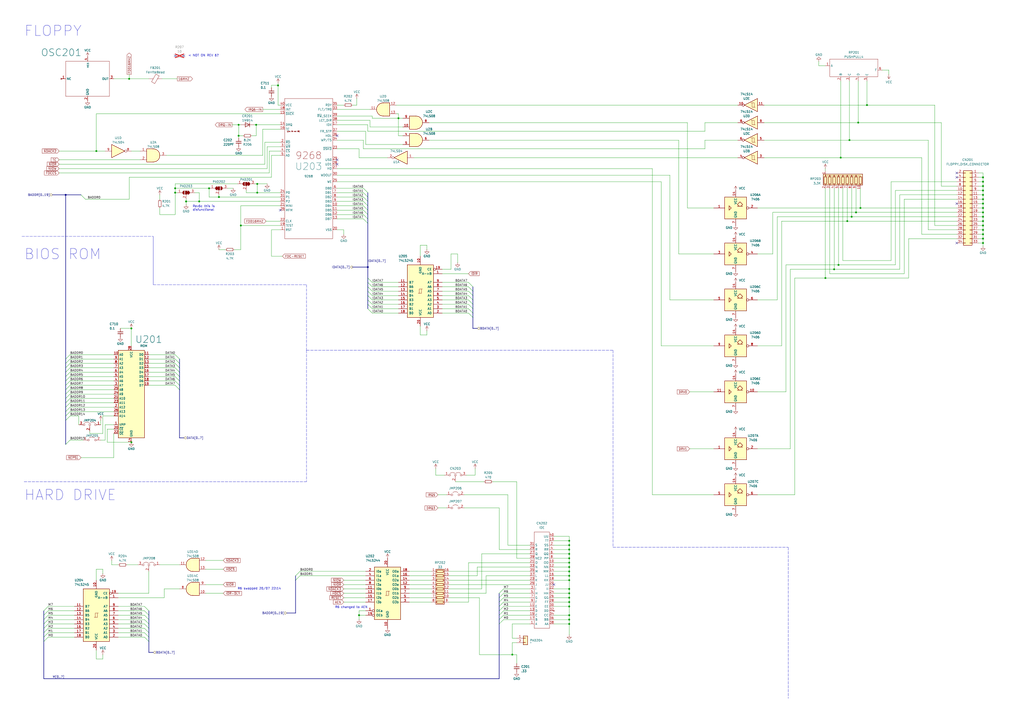
<source format=kicad_sch>
(kicad_sch (version 20231120) (generator "eeschema") (generator_version "8.0")
  (paper "A2")
  (title_block (title "Commodore PC10/CA") (rev "C") (comment 1 "312626") (comment 2 "FDD HDD BIOS"))
  (junction (at 231.14 68.58))
  (junction (at 149.225 111.76))
  (junction (at 297.18 379.73))
  (junction (at 330.2 313.69))
  (junction (at 330.2 323.85))
  (junction (at 486.41 153.67))
  (junction (at 492.76 81.28))
  (junction (at 570.23 107.95))
  (junction (at 330.2 316.23))
  (junction (at 208.28 356.87))
  (junction (at 502.92 60.96))
  (junction (at 494.03 125.73))
  (junction (at 570.23 110.49))
  (junction (at 55.88 87.63))
  (junction (at 570.23 135.89))
  (junction (at 330.2 359.41))
  (junction (at 149.225 106.68))
  (junction (at 330.2 344.17))
  (junction (at 148.59 72.39))
  (junction (at 499.11 120.65))
  (junction (at 138.43 72.39))
  (junction (at 330.2 326.39))
  (junction (at 330.2 349.25))
  (junction (at 570.23 123.19))
  (junction (at 496.57 123.19))
  (junction (at 74.93 45.72))
  (junction (at 127 114.3))
  (junction (at 570.23 120.65))
  (junction (at 570.23 102.87))
  (junction (at 101.6 109.22))
  (junction (at 570.23 138.43))
  (junction (at 330.2 318.77))
  (junction (at 330.2 321.31))
  (junction (at 570.23 130.81))
  (junction (at 121.285 109.22))
  (junction (at 213.36 154.94))
  (junction (at 330.2 351.79))
  (junction (at 570.23 115.57))
  (junction (at 330.2 334.01))
  (junction (at 330.2 336.55))
  (junction (at 161.29 49.53))
  (junction (at 330.2 331.47))
  (junction (at 101.6 111.76))
  (junction (at 570.23 140.97))
  (junction (at 570.23 133.35))
  (junction (at 497.84 71.12))
  (junction (at 330.2 346.71))
  (junction (at 570.23 105.41))
  (junction (at 76.2 256.54))
  (junction (at 330.2 361.95))
  (junction (at 115.57 116.84))
  (junction (at 330.2 341.63))
  (junction (at 330.2 356.87))
  (junction (at 491.49 128.27))
  (junction (at 139.7 130.81))
  (junction (at 570.23 113.03))
  (junction (at 478.79 161.29))
  (junction (at 487.68 91.44))
  (junction (at 483.87 156.21))
  (junction (at 107.95 116.84))
  (junction (at 570.23 118.11))
  (junction (at 330.2 328.93))
  (junction (at 38.1 113.03))
  (junction (at 570.23 125.73))
  (junction (at 138.43 78.74))
  (junction (at 570.23 128.27))
  (junction (at 76.2 190.5))
  (no_connect (at 106.68 32.385))
  (no_connect (at 195.58 78.74))
  (no_connect (at 554.99 140.97))
  (no_connect (at 321.31 339.09))
  (no_connect (at 162.56 121.92))
  (no_connect (at 554.99 102.87))
  (no_connect (at 195.58 95.25))
  (no_connect (at 101.6 32.385))
  (no_connect (at 195.58 92.71))
  (no_connect (at 554.99 118.11))
  (no_connect (at 554.99 100.33))
  (bus_entry (at 83.82 361.95) (size 2.54 2.54))
  (bus_entry (at 292.1 346.71) (size -2.54 2.54))
  (bus_entry (at 83.82 359.41) (size 2.54 2.54))
  (bus_entry (at 210.82 127) (size 2.54 2.54))
  (bus_entry (at 215.9 179.07) (size -2.54 -2.54))
  (bus_entry (at 271.78 163.83) (size 2.54 2.54))
  (bus_entry (at 215.9 163.83) (size -2.54 -2.54))
  (bus_entry (at 83.82 354.33) (size 2.54 2.54))
  (bus_entry (at 83.82 369.57) (size 2.54 2.54))
  (bus_entry (at 38.1 223.52) (size 2.54 -2.54))
  (bus_entry (at 27.94 364.49) (size -2.54 2.54))
  (bus_entry (at 38.1 226.06) (size 2.54 -2.54))
  (bus_entry (at 292.1 341.63) (size -2.54 2.54))
  (bus_entry (at 38.1 210.82) (size 2.54 -2.54))
  (bus_entry (at 101.6 210.82) (size 2.54 2.54))
  (bus_entry (at 173.99 331.47) (size -2.54 2.54))
  (bus_entry (at 38.1 243.84) (size 2.54 -2.54))
  (bus_entry (at 292.1 344.17) (size -2.54 2.54))
  (bus_entry (at 27.94 351.79) (size -2.54 2.54))
  (bus_entry (at 27.94 354.33) (size -2.54 2.54))
  (bus_entry (at 101.6 215.9) (size 2.54 2.54))
  (bus_entry (at 101.6 218.44) (size 2.54 2.54))
  (bus_entry (at 173.99 334.01) (size -2.54 2.54))
  (bus_entry (at 38.1 238.76) (size 2.54 -2.54))
  (bus_entry (at 101.6 208.28) (size 2.54 2.54))
  (bus_entry (at 210.82 109.22) (size 2.54 2.54))
  (bus_entry (at 83.82 364.49) (size 2.54 2.54))
  (bus_entry (at 215.9 181.61) (size -2.54 -2.54))
  (bus_entry (at 27.94 359.41) (size -2.54 2.54))
  (bus_entry (at 27.94 356.87) (size -2.54 2.54))
  (bus_entry (at 83.82 356.87) (size 2.54 2.54))
  (bus_entry (at 27.94 367.03) (size -2.54 2.54))
  (bus_entry (at 271.78 171.45) (size 2.54 2.54))
  (bus_entry (at 38.1 215.9) (size 2.54 -2.54))
  (bus_entry (at 27.94 369.57) (size -2.54 2.54))
  (bus_entry (at 292.1 349.25) (size -2.54 2.54))
  (bus_entry (at 46.99 113.03) (size 2.54 2.54))
  (bus_entry (at 292.1 351.79) (size -2.54 2.54))
  (bus_entry (at 38.1 231.14) (size 2.54 -2.54))
  (bus_entry (at 101.6 223.52) (size 2.54 2.54))
  (bus_entry (at 292.1 354.33) (size -2.54 2.54))
  (bus_entry (at 38.1 208.28) (size 2.54 -2.54))
  (bus_entry (at 210.82 119.38) (size 2.54 2.54))
  (bus_entry (at 210.82 124.46) (size 2.54 2.54))
  (bus_entry (at 38.1 218.44) (size 2.54 -2.54))
  (bus_entry (at 292.1 356.87) (size -2.54 2.54))
  (bus_entry (at 101.6 220.98) (size 2.54 2.54))
  (bus_entry (at 83.82 351.79) (size 2.54 2.54))
  (bus_entry (at 38.1 241.3) (size 2.54 -2.54))
  (bus_entry (at 210.82 114.3) (size 2.54 2.54))
  (bus_entry (at 215.9 176.53) (size -2.54 -2.54))
  (bus_entry (at 271.78 173.99) (size 2.54 2.54))
  (bus_entry (at 210.82 116.84) (size 2.54 2.54))
  (bus_entry (at 38.1 228.6) (size 2.54 -2.54))
  (bus_entry (at 210.82 111.76) (size 2.54 2.54))
  (bus_entry (at 215.9 171.45) (size -2.54 -2.54))
  (bus_entry (at 38.1 233.68) (size 2.54 -2.54))
  (bus_entry (at 292.1 359.41) (size -2.54 2.54))
  (bus_entry (at 38.1 213.36) (size 2.54 -2.54))
  (bus_entry (at 38.1 257.81) (size 2.54 -2.54))
  (bus_entry (at 27.94 361.95) (size -2.54 2.54))
  (bus_entry (at 271.78 179.07) (size 2.54 2.54))
  (bus_entry (at 271.78 176.53) (size 2.54 2.54))
  (bus_entry (at 271.78 181.61) (size 2.54 2.54))
  (bus_entry (at 38.1 236.22) (size 2.54 -2.54))
  (bus_entry (at 101.6 213.36) (size 2.54 2.54))
  (bus_entry (at 271.78 168.91) (size 2.54 2.54))
  (bus_entry (at 215.9 168.91) (size -2.54 -2.54))
  (bus_entry (at 101.6 205.74) (size 2.54 2.54))
  (bus_entry (at 83.82 367.03) (size 2.54 2.54))
  (bus_entry (at 210.82 121.92) (size 2.54 2.54))
  (bus_entry (at 215.9 173.99) (size -2.54 -2.54))
  (bus_entry (at 271.78 166.37) (size 2.54 2.54))
  (bus_entry (at 38.1 220.98) (size 2.54 -2.54))
  (bus_entry (at 215.9 166.37) (size -2.54 -2.54))
  (wire (pts (xy 519.43 110.49) (xy 554.99 110.49)))
  (bus (pts (xy 86.36 364.49) (xy 86.36 367.03)))
  (wire (pts (xy 278.13 346.71) (xy 278.13 379.73)))
  (wire (pts (xy 68.58 361.95) (xy 83.82 361.95)))
  (wire (pts (xy 58.42 243.84) (xy 58.42 246.38)))
  (wire (pts (xy 443.23 71.12) (xy 497.84 71.12)))
  (wire (pts (xy 231.14 179.07) (xy 215.9 179.07)))
  (wire (pts (xy 398.78 120.65) (xy 398.78 71.12)))
  (wire (pts (xy 516.89 151.13) (xy 516.89 105.41)))
  (wire (pts (xy 213.36 76.2) (xy 408.94 76.2)))
  (wire (pts (xy 330.2 359.41) (xy 330.2 361.95)))
  (wire (pts (xy 62.23 256.54) (xy 62.23 248.92)))
  (wire (pts (xy 492.76 81.28) (xy 538.48 81.28)))
  (wire (pts (xy 252.73 271.78) (xy 252.73 275.59)))
  (wire (pts (xy 76.2 87.63) (xy 81.28 87.63)))
  (wire (pts (xy 86.36 218.44) (xy 101.6 218.44)))
  (wire (pts (xy 254 287.02) (xy 259.08 287.02)))
  (bus (pts (xy 274.32 176.53) (xy 274.32 179.07)))
  (wire (pts (xy 139.7 119.38) (xy 139.7 130.81)))
  (wire (pts (xy 439.42 173.99) (xy 450.85 173.99)))
  (wire (pts (xy 542.29 60.96) (xy 542.29 130.81)))
  (wire (pts (xy 101.6 124.46) (xy 92.71 124.46)))
  (wire (pts (xy 330.2 311.15) (xy 330.2 313.69)))
  (wire (pts (xy 260.35 344.17) (xy 281.94 344.17)))
  (wire (pts (xy 40.64 231.14) (xy 66.04 231.14)))
  (wire (pts (xy 101.6 111.76) (xy 101.6 124.46)))
  (wire (pts (xy 271.78 349.25) (xy 271.78 326.39)))
  (wire (pts (xy 256.54 179.07) (xy 271.78 179.07)))
  (wire (pts (xy 107.95 116.84) (xy 107.95 118.745)))
  (wire (pts (xy 524.51 158.75) (xy 524.51 115.57)))
  (wire (pts (xy 195.58 116.84) (xy 210.82 116.84)))
  (wire (pts (xy 414.02 200.66) (xy 383.54 200.66)))
  (wire (pts (xy 330.2 351.79) (xy 330.2 356.87)))
  (wire (pts (xy 66.04 246.38) (xy 60.96 246.38)))
  (wire (pts (xy 162.56 82.55) (xy 153.67 82.55)))
  (bus (pts (xy 213.36 163.83) (xy 213.36 161.29)))
  (wire (pts (xy 567.69 133.35) (xy 570.23 133.35)))
  (wire (pts (xy 307.34 323.85) (xy 299.72 323.85)))
  (bus (pts (xy 38.1 231.14) (xy 38.1 233.68)))
  (wire (pts (xy 567.69 130.81) (xy 570.23 130.81)))
  (wire (pts (xy 40.64 233.68) (xy 66.04 233.68)))
  (wire (pts (xy 231.14 78.74) (xy 233.68 78.74)))
  (wire (pts (xy 481.33 109.22) (xy 481.33 158.75)))
  (wire (pts (xy 439.42 200.66) (xy 453.39 200.66)))
  (wire (pts (xy 307.34 349.25) (xy 292.1 349.25)))
  (wire (pts (xy 127 113.03) (xy 127 114.3)))
  (wire (pts (xy 567.69 102.87) (xy 570.23 102.87)))
  (wire (pts (xy 458.47 156.21) (xy 458.47 260.35)))
  (wire (pts (xy 461.01 161.29) (xy 478.79 161.29)))
  (bus (pts (xy 213.36 119.38) (xy 213.36 121.92)))
  (wire (pts (xy 68.58 364.49) (xy 83.82 364.49)))
  (wire (pts (xy 388.62 173.99) (xy 388.62 101.6)))
  (wire (pts (xy 516.89 105.41) (xy 554.99 105.41)))
  (wire (pts (xy 307.34 316.23) (xy 294.64 316.23)))
  (wire (pts (xy 483.87 156.21) (xy 521.97 156.21)))
  (wire (pts (xy 383.54 105.41) (xy 195.58 105.41)))
  (wire (pts (xy 321.31 351.79) (xy 330.2 351.79)))
  (wire (pts (xy 260.35 346.71) (xy 278.13 346.71)))
  (wire (pts (xy 570.23 113.03) (xy 570.23 110.49)))
  (wire (pts (xy 101.6 109.22) (xy 101.6 111.76)))
  (wire (pts (xy 276.86 328.93) (xy 276.86 334.01)))
  (wire (pts (xy 195.58 114.3) (xy 210.82 114.3)))
  (wire (pts (xy 213.36 72.39) (xy 213.36 76.2)))
  (wire (pts (xy 139.7 130.81) (xy 139.7 144.78)))
  (wire (pts (xy 285.75 279.4) (xy 299.72 279.4)))
  (wire (pts (xy 307.34 346.71) (xy 292.1 346.71)))
  (wire (pts (xy 231.14 173.99) (xy 215.9 173.99)))
  (wire (pts (xy 567.69 138.43) (xy 570.23 138.43)))
  (wire (pts (xy 195.58 121.92) (xy 210.82 121.92)))
  (wire (pts (xy 92.71 327.66) (xy 104.14 327.66)))
  (bus (pts (xy 104.14 226.06) (xy 104.14 254)))
  (bus (pts (xy 274.32 181.61) (xy 274.32 184.15)))
  (bus (pts (xy 104.14 215.9) (xy 104.14 218.44)))
  (polyline (pts (xy 12.7 137.16) (xy 88.9 137.16)) (stroke (width 0) (type dash)))
  (wire (pts (xy 162.56 133.35) (xy 157.48 133.35)))
  (wire (pts (xy 86.36 344.17) (xy 86.36 331.47)))
  (wire (pts (xy 570.23 113.03) (xy 570.23 115.57)))
  (wire (pts (xy 247.65 191.77) (xy 247.65 194.31)))
  (wire (pts (xy 488.95 151.13) (xy 516.89 151.13)))
  (wire (pts (xy 134.62 72.39) (xy 138.43 72.39)))
  (wire (pts (xy 570.23 125.73) (xy 570.23 123.19)))
  (wire (pts (xy 281.94 334.01) (xy 307.34 334.01)))
  (wire (pts (xy 567.69 115.57) (xy 570.23 115.57)))
  (bus (pts (xy 38.1 215.9) (xy 38.1 218.44)))
  (bus (pts (xy 289.56 349.25) (xy 289.56 351.79)))
  (wire (pts (xy 567.69 120.65) (xy 570.23 120.65)))
  (wire (pts (xy 502.92 46.99) (xy 502.92 60.96)))
  (bus (pts (xy 213.36 171.45) (xy 213.36 168.91)))
  (wire (pts (xy 256.54 168.91) (xy 271.78 168.91)))
  (wire (pts (xy 43.18 356.87) (xy 27.94 356.87)))
  (wire (pts (xy 383.54 200.66) (xy 383.54 105.41)))
  (wire (pts (xy 321.31 356.87) (xy 330.2 356.87)))
  (wire (pts (xy 40.64 236.22) (xy 66.04 236.22)))
  (wire (pts (xy 496.57 109.22) (xy 496.57 123.19)))
  (wire (pts (xy 68.58 367.03) (xy 83.82 367.03)))
  (wire (pts (xy 247.65 144.78) (xy 247.65 142.24)))
  (wire (pts (xy 393.7 81.28) (xy 393.7 147.32)))
  (wire (pts (xy 231.14 68.58) (xy 215.9 68.58)))
  (wire (pts (xy 450.85 173.99) (xy 450.85 125.73)))
  (polyline (pts (xy 457.2 317.5) (xy 457.2 405.13)) (stroke (width 0) (type dash)))
  (wire (pts (xy 68.58 344.17) (xy 86.36 344.17)))
  (bus (pts (xy 25.4 369.57) (xy 25.4 372.11)))
  (bus (pts (xy 213.36 173.99) (xy 213.36 171.45)))
  (wire (pts (xy 299.72 323.85) (xy 299.72 279.4)))
  (bus (pts (xy 213.36 129.54) (xy 213.36 154.94)))
  (bus (pts (xy 86.36 367.03) (xy 86.36 369.57)))
  (wire (pts (xy 154.94 85.09) (xy 162.56 85.09)))
  (wire (pts (xy 95.25 341.63) (xy 104.14 341.63)))
  (wire (pts (xy 86.36 208.28) (xy 101.6 208.28)))
  (wire (pts (xy 208.28 354.33) (xy 208.28 356.87)))
  (bus (pts (xy 38.1 113.03) (xy 38.1 208.28)))
  (wire (pts (xy 46.99 265.43) (xy 66.04 265.43)))
  (wire (pts (xy 93.98 45.72) (xy 102.87 45.72)))
  (wire (pts (xy 297.18 361.95) (xy 307.34 361.95)))
  (bus (pts (xy 25.4 372.11) (xy 25.4 393.7)))
  (wire (pts (xy 570.23 102.87) (xy 570.23 100.33)))
  (wire (pts (xy 511.81 40.64) (xy 515.62 40.64)))
  (wire (pts (xy 260.35 336.55) (xy 307.34 336.55)))
  (wire (pts (xy 55.88 66.04) (xy 55.88 87.63)))
  (wire (pts (xy 212.09 83.82) (xy 212.09 76.2)))
  (wire (pts (xy 567.69 113.03) (xy 570.23 113.03)))
  (wire (pts (xy 195.58 81.28) (xy 210.82 81.28)))
  (bus (pts (xy 86.36 354.33) (xy 86.36 356.87)))
  (wire (pts (xy 69.85 190.5) (xy 76.2 190.5)))
  (bus (pts (xy 25.4 354.33) (xy 25.4 356.87)))
  (wire (pts (xy 199.39 135.89) (xy 199.39 133.35)))
  (wire (pts (xy 161.29 49.53) (xy 157.48 49.53)))
  (wire (pts (xy 34.29 100.33) (xy 156.21 100.33)))
  (wire (pts (xy 76.2 256.54) (xy 62.23 256.54)))
  (wire (pts (xy 199.39 344.17) (xy 212.09 344.17)))
  (wire (pts (xy 157.48 90.17) (xy 157.48 102.87)))
  (wire (pts (xy 261.62 147.32) (xy 261.62 156.21)))
  (wire (pts (xy 567.69 128.27) (xy 570.23 128.27)))
  (wire (pts (xy 257.81 275.59) (xy 252.73 275.59)))
  (wire (pts (xy 162.56 90.17) (xy 157.48 90.17)))
  (wire (pts (xy 439.42 287.02) (xy 461.01 287.02)))
  (wire (pts (xy 231.14 171.45) (xy 215.9 171.45)))
  (wire (pts (xy 570.23 138.43) (xy 570.23 135.89)))
  (wire (pts (xy 207.01 57.15) (xy 207.01 60.96)))
  (wire (pts (xy 256.54 166.37) (xy 271.78 166.37)))
  (wire (pts (xy 43.18 351.79) (xy 27.94 351.79)))
  (bus (pts (xy 25.4 361.95) (xy 25.4 364.49)))
  (wire (pts (xy 68.58 354.33) (xy 83.82 354.33)))
  (wire (pts (xy 330.2 361.95) (xy 330.2 368.3)))
  (wire (pts (xy 237.49 336.55) (xy 250.19 336.55)))
  (wire (pts (xy 40.64 208.28) (xy 66.04 208.28)))
  (wire (pts (xy 453.39 128.27) (xy 491.49 128.27)))
  (wire (pts (xy 330.2 328.93) (xy 330.2 331.47)))
  (wire (pts (xy 195.58 119.38) (xy 210.82 119.38)))
  (wire (pts (xy 247.65 142.24) (xy 243.84 142.24)))
  (wire (pts (xy 132.08 109.22) (xy 135.255 109.22)))
  (wire (pts (xy 491.49 109.22) (xy 491.49 128.27)))
  (wire (pts (xy 119.38 344.17) (xy 129.54 344.17)))
  (wire (pts (xy 148.59 78.74) (xy 148.59 72.39)))
  (wire (pts (xy 270.51 275.59) (xy 275.59 275.59)))
  (wire (pts (xy 388.62 101.6) (xy 195.58 101.6)))
  (wire (pts (xy 162.56 87.63) (xy 156.21 87.63)))
  (wire (pts (xy 488.95 109.22) (xy 488.95 151.13)))
  (wire (pts (xy 55.88 87.63) (xy 60.96 87.63)))
  (bus (pts (xy 30.48 113.03) (xy 38.1 113.03)))
  (bus (pts (xy 25.4 367.03) (xy 25.4 369.57)))
  (wire (pts (xy 40.64 215.9) (xy 66.04 215.9)))
  (wire (pts (xy 119.38 339.09) (xy 129.54 339.09)))
  (bus (pts (xy 38.1 226.06) (xy 38.1 228.6)))
  (wire (pts (xy 527.05 161.29) (xy 527.05 138.43)))
  (wire (pts (xy 458.47 260.35) (xy 439.42 260.35)))
  (wire (pts (xy 86.36 223.52) (xy 101.6 223.52)))
  (bus (pts (xy 213.36 179.07) (xy 213.36 176.53)))
  (polyline (pts (xy 88.9 165.1) (xy 177.8 165.1)) (stroke (width 0) (type dash)))
  (wire (pts (xy 173.99 334.01) (xy 212.09 334.01)))
  (wire (pts (xy 567.69 135.89) (xy 570.23 135.89)))
  (wire (pts (xy 570.23 133.35) (xy 570.23 130.81)))
  (polyline (pts (xy 13.97 279.4) (xy 177.8 279.4)) (stroke (width 0) (type dash)))
  (wire (pts (xy 86.36 215.9) (xy 101.6 215.9)))
  (wire (pts (xy 214.63 69.85) (xy 195.58 69.85)))
  (wire (pts (xy 299.72 379.73) (xy 299.72 384.81)))
  (wire (pts (xy 260.35 339.09) (xy 307.34 339.09)))
  (bus (pts (xy 274.32 190.5) (xy 276.86 190.5)))
  (wire (pts (xy 570.23 120.65) (xy 570.23 118.11)))
  (bus (pts (xy 104.14 210.82) (xy 104.14 213.36)))
  (wire (pts (xy 439.42 120.65) (xy 499.11 120.65)))
  (bus (pts (xy 104.14 254) (xy 106.68 254)))
  (wire (pts (xy 43.18 359.41) (xy 27.94 359.41)))
  (bus (pts (xy 86.36 356.87) (xy 86.36 359.41)))
  (wire (pts (xy 107.95 116.84) (xy 115.57 116.84)))
  (wire (pts (xy 231.14 66.04) (xy 231.14 68.58)))
  (bus (pts (xy 213.36 111.76) (xy 213.36 114.3)))
  (bus (pts (xy 274.32 166.37) (xy 274.32 168.91)))
  (bus (pts (xy 213.36 114.3) (xy 213.36 116.84)))
  (wire (pts (xy 321.31 316.23) (xy 330.2 316.23)))
  (wire (pts (xy 146.05 78.74) (xy 148.59 78.74)))
  (wire (pts (xy 60.96 246.38) (xy 60.96 255.27)))
  (wire (pts (xy 195.58 127) (xy 210.82 127)))
  (wire (pts (xy 307.34 344.17) (xy 292.1 344.17)))
  (wire (pts (xy 321.31 344.17) (xy 330.2 344.17)))
  (wire (pts (xy 570.23 130.81) (xy 570.23 128.27)))
  (wire (pts (xy 40.64 205.74) (xy 66.04 205.74)))
  (wire (pts (xy 59.69 330.2) (xy 55.88 330.2)))
  (wire (pts (xy 199.39 341.63) (xy 212.09 341.63)))
  (wire (pts (xy 321.31 313.69) (xy 330.2 313.69)))
  (wire (pts (xy 199.39 336.55) (xy 212.09 336.55)))
  (wire (pts (xy 567.69 118.11) (xy 570.23 118.11)))
  (wire (pts (xy 237.49 339.09) (xy 250.19 339.09)))
  (wire (pts (xy 76.2 190.5) (xy 76.2 200.66)))
  (wire (pts (xy 478.79 161.29) (xy 527.05 161.29)))
  (wire (pts (xy 534.67 135.89) (xy 554.99 135.89)))
  (wire (pts (xy 231.14 163.83) (xy 215.9 163.83)))
  (wire (pts (xy 491.49 128.27) (xy 554.99 128.27)))
  (wire (pts (xy 478.79 109.22) (xy 478.79 161.29)))
  (bus (pts (xy 213.36 124.46) (xy 213.36 127)))
  (wire (pts (xy 101.6 109.22) (xy 121.285 109.22)))
  (wire (pts (xy 68.58 351.79) (xy 83.82 351.79)))
  (wire (pts (xy 121.285 114.3) (xy 127 114.3)))
  (bus (pts (xy 213.36 127) (xy 213.36 129.54)))
  (wire (pts (xy 321.31 359.41) (xy 330.2 359.41)))
  (wire (pts (xy 34.29 97.79) (xy 154.94 97.79)))
  (wire (pts (xy 567.69 140.97) (xy 570.23 140.97)))
  (wire (pts (xy 455.93 153.67) (xy 455.93 227.33)))
  (wire (pts (xy 307.34 354.33) (xy 292.1 354.33)))
  (wire (pts (xy 502.92 60.96) (xy 542.29 60.96)))
  (wire (pts (xy 127 144.78) (xy 130.81 144.78)))
  (wire (pts (xy 570.23 102.87) (xy 570.23 105.41)))
  (wire (pts (xy 86.36 210.82) (xy 101.6 210.82)))
  (wire (pts (xy 214.63 73.66) (xy 214.63 69.85)))
  (wire (pts (xy 279.4 321.31) (xy 307.34 321.31)))
  (wire (pts (xy 321.31 326.39) (xy 330.2 326.39)))
  (wire (pts (xy 534.67 91.44) (xy 534.67 135.89)))
  (wire (pts (xy 256.54 171.45) (xy 271.78 171.45)))
  (wire (pts (xy 414.02 287.02) (xy 378.46 287.02)))
  (wire (pts (xy 212.09 76.2) (xy 195.58 76.2)))
  (wire (pts (xy 140.97 78.74) (xy 138.43 78.74)))
  (wire (pts (xy 40.64 220.98) (xy 66.04 220.98)))
  (wire (pts (xy 92.71 113.03) (xy 92.71 115.57)))
  (wire (pts (xy 135.89 144.78) (xy 139.7 144.78)))
  (wire (pts (xy 408.94 86.36) (xy 408.94 81.28)))
  (wire (pts (xy 204.47 60.96) (xy 207.01 60.96)))
  (wire (pts (xy 233.68 73.66) (xy 214.63 73.66)))
  (wire (pts (xy 62.23 248.92) (xy 66.04 248.92)))
  (wire (pts (xy 330.2 331.47) (xy 330.2 334.01)))
  (wire (pts (xy 496.57 123.19) (xy 554.99 123.19)))
  (wire (pts (xy 455.93 153.67) (xy 486.41 153.67)))
  (wire (pts (xy 233.68 68.58) (xy 231.14 68.58)))
  (bus (pts (xy 38.1 233.68) (xy 38.1 236.22)))
  (wire (pts (xy 330.2 344.17) (xy 330.2 346.71)))
  (wire (pts (xy 448.31 147.32) (xy 448.31 123.19)))
  (bus (pts (xy 274.32 168.91) (xy 274.32 171.45)))
  (wire (pts (xy 256.54 163.83) (xy 271.78 163.83)))
  (wire (pts (xy 101.6 111.76) (xy 102.87 111.76)))
  (wire (pts (xy 52.07 251.46) (xy 59.69 251.46)))
  (wire (pts (xy 307.34 328.93) (xy 276.86 328.93)))
  (wire (pts (xy 567.69 125.73) (xy 570.23 125.73)))
  (bus (pts (xy 289.56 344.17) (xy 289.56 346.71)))
  (wire (pts (xy 157.48 102.87) (xy 74.93 102.87)))
  (wire (pts (xy 139.7 130.81) (xy 162.56 130.81)))
  (wire (pts (xy 570.23 107.95) (xy 570.23 105.41)))
  (wire (pts (xy 330.2 323.85) (xy 330.2 326.39)))
  (wire (pts (xy 68.58 359.41) (xy 83.82 359.41)))
  (bus (pts (xy 38.1 223.52) (xy 38.1 226.06)))
  (wire (pts (xy 121.285 109.22) (xy 121.92 109.22)))
  (bus (pts (xy 213.36 168.91) (xy 213.36 166.37)))
  (wire (pts (xy 233.68 83.82) (xy 212.09 83.82)))
  (bus (pts (xy 289.56 354.33) (xy 289.56 356.87)))
  (bus (pts (xy 171.45 334.01) (xy 171.45 336.55)))
  (wire (pts (xy 567.69 123.19) (xy 570.23 123.19)))
  (wire (pts (xy 321.31 361.95) (xy 330.2 361.95)))
  (wire (pts (xy 231.14 168.91) (xy 215.9 168.91)))
  (wire (pts (xy 208.28 356.87) (xy 212.09 356.87)))
  (bus (pts (xy 289.56 346.71) (xy 289.56 349.25)))
  (wire (pts (xy 494.03 109.22) (xy 494.03 125.73)))
  (wire (pts (xy 107.95 116.84) (xy 107.95 115.57)))
  (bus (pts (xy 274.32 171.45) (xy 274.32 173.99)))
  (wire (pts (xy 154.305 128.27) (xy 162.56 128.27)))
  (bus (pts (xy 171.45 336.55) (xy 171.45 355.6)))
  (wire (pts (xy 210.82 86.36) (xy 408.94 86.36)))
  (wire (pts (xy 161.29 49.53) (xy 161.29 60.96)))
  (wire (pts (xy 321.31 323.85) (xy 330.2 323.85)))
  (polyline (pts (xy 355.6 317.5) (xy 457.2 317.5)) (stroke (width 0) (type dash)))
  (wire (pts (xy 157.48 148.59) (xy 163.83 148.59)))
  (wire (pts (xy 119.38 330.2) (xy 129.54 330.2)))
  (wire (pts (xy 195.58 72.39) (xy 213.36 72.39)))
  (wire (pts (xy 138.43 72.39) (xy 139.7 72.39)))
  (wire (pts (xy 567.69 105.41) (xy 570.23 105.41)))
  (wire (pts (xy 271.78 158.75) (xy 256.54 158.75)))
  (wire (pts (xy 243.84 142.24) (xy 243.84 148.59)))
  (bus (pts (xy 38.1 228.6) (xy 38.1 231.14)))
  (polyline (pts (xy 177.8 203.2) (xy 355.6 203.2)) (stroke (width 0) (type dash)))
  (wire (pts (xy 115.57 111.76) (xy 115.57 116.84)))
  (wire (pts (xy 321.31 328.93) (xy 330.2 328.93)))
  (wire (pts (xy 208.28 91.44) (xy 208.28 86.36)))
  (wire (pts (xy 330.2 356.87) (xy 330.2 359.41)))
  (bus (pts (xy 86.36 372.11) (xy 86.36 378.46)))
  (wire (pts (xy 59.69 379.73) (xy 59.69 382.27)))
  (bus (pts (xy 25.4 393.7) (xy 289.56 393.7)))
  (wire (pts (xy 408.94 76.2) (xy 408.94 71.12)))
  (wire (pts (xy 243.84 194.31) (xy 247.65 194.31)))
  (bus (pts (xy 213.36 166.37) (xy 213.36 163.83)))
  (wire (pts (xy 461.01 287.02) (xy 461.01 161.29)))
  (wire (pts (xy 40.64 241.3) (xy 45.72 241.3)))
  (bus (pts (xy 38.1 220.98) (xy 38.1 223.52)))
  (wire (pts (xy 148.59 72.39) (xy 162.56 72.39)))
  (wire (pts (xy 74.93 45.72) (xy 86.36 45.72)))
  (wire (pts (xy 138.43 78.74) (xy 138.43 80.01)))
  (bus (pts (xy 86.36 361.95) (xy 86.36 364.49)))
  (wire (pts (xy 40.64 210.82) (xy 66.04 210.82)))
  (bus (pts (xy 104.14 208.28) (xy 104.14 210.82)))
  (wire (pts (xy 231.14 68.58) (xy 231.14 78.74)))
  (wire (pts (xy 40.64 238.76) (xy 66.04 238.76)))
  (wire (pts (xy 330.2 321.31) (xy 330.2 323.85)))
  (wire (pts (xy 237.49 349.25) (xy 250.19 349.25)))
  (wire (pts (xy 34.29 92.71) (xy 81.28 92.71)))
  (wire (pts (xy 153.67 82.55) (xy 153.67 95.25)))
  (wire (pts (xy 229.87 66.04) (xy 231.14 66.04)))
  (wire (pts (xy 96.52 90.17) (xy 152.4 90.17)))
  (bus (pts (xy 25.4 356.87) (xy 25.4 359.41)))
  (wire (pts (xy 195.58 111.76) (xy 210.82 111.76)))
  (wire (pts (xy 68.58 346.71) (xy 95.25 346.71)))
  (wire (pts (xy 195.58 133.35) (xy 199.39 133.35)))
  (wire (pts (xy 215.9 68.58) (xy 215.9 67.31)))
  (wire (pts (xy 542.29 130.81) (xy 554.99 130.81)))
  (wire (pts (xy 278.13 379.73) (xy 297.18 379.73)))
  (wire (pts (xy 330.2 341.63) (xy 330.2 344.17)))
  (wire (pts (xy 521.97 113.03) (xy 554.99 113.03)))
  (wire (pts (xy 229.87 60.96) (xy 427.99 60.96)))
  (wire (pts (xy 68.58 356.87) (xy 83.82 356.87)))
  (wire (pts (xy 299.72 372.745) (xy 297.18 372.745)))
  (wire (pts (xy 570.23 142.875) (xy 570.23 140.97)))
  (wire (pts (xy 330.2 346.71) (xy 330.2 349.25)))
  (bus (pts (xy 86.36 359.41) (xy 86.36 361.95)))
  (wire (pts (xy 570.23 135.89) (xy 570.23 133.35)))
  (wire (pts (xy 330.2 318.77) (xy 330.2 321.31)))
  (wire (pts (xy 55.88 382.27) (xy 59.69 382.27)))
  (wire (pts (xy 483.87 109.22) (xy 483.87 156.21)))
  (wire (pts (xy 162.56 119.38) (xy 139.7 119.38)))
  (wire (pts (xy 499.11 109.22) (xy 499.11 120.65)))
  (wire (pts (xy 49.53 115.57) (xy 74.93 115.57)))
  (wire (pts (xy 208.28 356.87) (xy 208.28 359.41)))
  (bus (pts (xy 38.1 213.36) (xy 38.1 215.9)))
  (wire (pts (xy 157.48 49.53) (xy 157.48 50.8)))
  (wire (pts (xy 321.31 334.01) (xy 330.2 334.01)))
  (wire (pts (xy 248.92 81.28) (xy 393.7 81.28)))
  (wire (pts (xy 195.58 109.22) (xy 210.82 109.22)))
  (wire (pts (xy 321.31 311.15) (xy 330.2 311.15)))
  (polyline (pts (xy 177.8 203.2) (xy 177.8 279.4)) (stroke (width 0) (type dash)))
  (wire (pts (xy 307.34 359.41) (xy 292.1 359.41)))
  (wire (pts (xy 269.24 294.64) (xy 289.56 294.64)))
  (wire (pts (xy 147.955 106.68) (xy 149.225 106.68)))
  (wire (pts (xy 212.09 354.33) (xy 208.28 354.33)))
  (wire (pts (xy 156.21 87.63) (xy 156.21 100.33)))
  (wire (pts (xy 487.68 46.99) (xy 487.68 91.44)))
  (wire (pts (xy 40.64 226.06) (xy 66.04 226.06)))
  (wire (pts (xy 281.94 344.17) (xy 281.94 334.01)))
  (wire (pts (xy 330.2 316.23) (xy 330.2 318.77)))
  (bus (pts (xy 38.1 113.03) (xy 46.99 113.03)))
  (wire (pts (xy 297.18 361.95) (xy 297.18 370.205)))
  (wire (pts (xy 237.49 334.01) (xy 250.19 334.01)))
  (bus (pts (xy 213.36 121.92) (xy 213.36 124.46)))
  (wire (pts (xy 307.34 356.87) (xy 292.1 356.87)))
  (wire (pts (xy 271.78 326.39) (xy 307.34 326.39)))
  (wire (pts (xy 59.69 241.3) (xy 66.04 241.3)))
  (wire (pts (xy 570.23 138.43) (xy 570.23 140.97)))
  (wire (pts (xy 260.35 349.25) (xy 271.78 349.25)))
  (wire (pts (xy 408.94 81.28) (xy 427.99 81.28)))
  (wire (pts (xy 453.39 200.66) (xy 453.39 128.27)))
  (wire (pts (xy 567.69 107.95) (xy 570.23 107.95)))
  (polyline (pts (xy 88.9 137.16) (xy 88.9 165.1)))
  (wire (pts (xy 64.77 325.12) (xy 64.77 327.66)))
  (wire (pts (xy 137.795 106.68) (xy 101.6 106.68)))
  (wire (pts (xy 256.54 181.61) (xy 271.78 181.61)))
  (wire (pts (xy 519.43 153.67) (xy 519.43 110.49)))
  (wire (pts (xy 269.24 287.02) (xy 294.64 287.02)))
  (wire (pts (xy 237.49 331.47) (xy 250.19 331.47)))
  (bus (pts (xy 213.36 176.53) (xy 213.36 173.99)))
  (bus (pts (xy 289.56 393.7) (xy 289.56 361.95)))
  (wire (pts (xy 254 294.64) (xy 259.08 294.64)))
  (wire (pts (xy 195.58 63.5) (xy 214.63 63.5)))
  (bus (pts (xy 289.56 359.41) (xy 289.56 361.95)))
  (wire (pts (xy 297.18 370.205) (xy 299.72 370.205)))
  (wire (pts (xy 260.35 331.47) (xy 307.34 331.47)))
  (wire (pts (xy 481.33 158.75) (xy 524.51 158.75)))
  (wire (pts (xy 113.03 111.76) (xy 115.57 111.76)))
  (wire (pts (xy 231.14 181.61) (xy 215.9 181.61)))
  (wire (pts (xy 330.2 326.39) (xy 330.2 328.93)))
  (wire (pts (xy 162.56 66.04) (xy 55.88 66.04)))
  (bus (pts (xy 86.36 378.46) (xy 88.9 378.46)))
  (wire (pts (xy 115.57 116.84) (xy 162.56 116.84)))
  (wire (pts (xy 43.18 364.49) (xy 27.94 364.49)))
  (wire (pts (xy 486.41 153.67) (xy 519.43 153.67)))
  (wire (pts (xy 73.66 327.66) (xy 80.01 327.66)))
  (wire (pts (xy 256.54 173.99) (xy 271.78 173.99)))
  (wire (pts (xy 60.96 255.27) (xy 58.42 255.27)))
  (wire (pts (xy 570.23 128.27) (xy 570.23 125.73)))
  (wire (pts (xy 497.84 71.12) (xy 546.1 71.12)))
  (bus (pts (xy 25.4 364.49) (xy 25.4 367.03)))
  (wire (pts (xy 439.42 147.32) (xy 448.31 147.32)))
  (wire (pts (xy 499.11 120.65) (xy 554.99 120.65)))
  (wire (pts (xy 330.2 336.55) (xy 330.2 341.63)))
  (wire (pts (xy 86.36 205.74) (xy 101.6 205.74)))
  (wire (pts (xy 208.28 86.36) (xy 195.58 86.36)))
  (bus (pts (xy 38.1 208.28) (xy 38.1 210.82)))
  (wire (pts (xy 40.64 213.36) (xy 66.04 213.36)))
  (wire (pts (xy 195.58 124.46) (xy 210.82 124.46)))
  (wire (pts (xy 527.05 138.43) (xy 554.99 138.43)))
  (wire (pts (xy 199.39 349.25) (xy 212.09 349.25)))
  (wire (pts (xy 68.58 369.57) (xy 83.82 369.57)))
  (wire (pts (xy 152.4 74.93) (xy 162.56 74.93)))
  (wire (pts (xy 486.41 109.22) (xy 486.41 153.67)))
  (wire (pts (xy 149.225 111.76) (xy 162.56 111.76)))
  (wire (pts (xy 121.285 109.22) (xy 121.285 114.3)))
  (wire (pts (xy 414.02 120.65) (xy 398.78 120.65)))
  (polyline (pts (xy 355.6 203.2) (xy 355.6 317.5)) (stroke (width 0) (type dash)))
  (wire (pts (xy 40.64 223.52) (xy 66.04 223.52)))
  (bus (pts (xy 204.47 154.94) (xy 213.36 154.94)))
  (wire (pts (xy 261.62 147.32) (xy 265.43 147.32)))
  (wire (pts (xy 40.64 228.6) (xy 66.04 228.6)))
  (wire (pts (xy 455.93 227.33) (xy 439.42 227.33)))
  (wire (pts (xy 297.18 379.73) (xy 299.72 379.73)))
  (wire (pts (xy 478.79 38.1) (xy 474.98 38.1)))
  (bus (pts (xy 25.4 359.41) (xy 25.4 361.95)))
  (wire (pts (xy 443.23 91.44) (xy 487.68 91.44)))
  (wire (pts (xy 231.14 176.53) (xy 215.9 176.53)))
  (wire (pts (xy 59.69 241.3) (xy 59.69 251.46)))
  (wire (pts (xy 378.46 287.02) (xy 378.46 97.79)))
  (wire (pts (xy 307.34 351.79) (xy 292.1 351.79)))
  (wire (pts (xy 34.29 87.63) (xy 55.88 87.63)))
  (wire (pts (xy 321.31 341.63) (xy 330.2 341.63)))
  (wire (pts (xy 210.82 81.28) (xy 210.82 86.36)))
  (wire (pts (xy 521.97 156.21) (xy 521.97 113.03)))
  (wire (pts (xy 59.69 332.74) (xy 59.69 330.2)))
  (bus (pts (xy 104.14 218.44) (xy 104.14 220.98)))
  (wire (pts (xy 450.85 125.73) (xy 494.03 125.73)))
  (wire (pts (xy 256.54 176.53) (xy 271.78 176.53)))
  (wire (pts (xy 321.31 336.55) (xy 330.2 336.55)))
  (bus (pts (xy 274.32 179.07) (xy 274.32 181.61)))
  (bus (pts (xy 38.1 236.22) (xy 38.1 238.76)))
  (wire (pts (xy 149.225 106.68) (xy 149.225 111.76)))
  (wire (pts (xy 515.62 43.18) (xy 515.62 40.64)))
  (wire (pts (xy 243.84 189.23) (xy 243.84 194.31)))
  (bus (pts (xy 38.1 241.3) (xy 38.1 243.84)))
  (wire (pts (xy 55.88 377.19) (xy 55.88 382.27)))
  (wire (pts (xy 567.69 100.33) (xy 570.23 100.33)))
  (wire (pts (xy 474.98 35.56) (xy 474.98 38.1)))
  (wire (pts (xy 142.875 111.76) (xy 142.875 110.49)))
  (wire (pts (xy 101.6 106.68) (xy 101.6 109.22)))
  (wire (pts (xy 45.72 241.3) (xy 45.72 246.38)))
  (wire (pts (xy 400.05 260.35) (xy 414.02 260.35)))
  (wire (pts (xy 237.49 344.17) (xy 250.19 344.17)))
  (wire (pts (xy 448.31 123.19) (xy 496.57 123.19)))
  (wire (pts (xy 43.18 367.03) (xy 27.94 367.03)))
  (wire (pts (xy 119.38 325.12) (xy 129.54 325.12)))
  (wire (pts (xy 570.23 107.95) (xy 570.23 110.49)))
  (wire (pts (xy 330.2 349.25) (xy 330.2 351.79)))
  (wire (pts (xy 307.34 318.77) (xy 289.56 318.77)))
  (bus (pts (xy 213.36 116.84) (xy 213.36 119.38)))
  (bus (pts (xy 38.1 210.82) (xy 38.1 213.36)))
  (wire (pts (xy 55.88 330.2) (xy 55.88 336.55)))
  (wire (pts (xy 492.76 46.99) (xy 492.76 81.28)))
  (wire (pts (xy 199.39 339.09) (xy 212.09 339.09)))
  (wire (pts (xy 265.43 147.32) (xy 265.43 152.4)))
  (wire (pts (xy 152.4 90.17) (xy 152.4 74.93)))
  (wire (pts (xy 400.05 227.33) (xy 414.02 227.33)))
  (wire (pts (xy 74.93 102.87) (xy 74.93 115.57)))
  (wire (pts (xy 127 114.3) (xy 162.56 114.3)))
  (wire (pts (xy 142.875 111.76) (xy 149.225 111.76)))
  (wire (pts (xy 161.29 48.26) (xy 161.29 49.53)))
  (wire (pts (xy 147.32 72.39) (xy 148.59 72.39)))
  (wire (pts (xy 276.86 334.01) (xy 260.35 334.01)))
  (wire (pts (xy 554.99 107.95) (xy 546.1 107.95)))
  (wire (pts (xy 307.34 341.63) (xy 292.1 341.63)))
  (wire (pts (xy 43.18 361.95) (xy 27.94 361.95)))
  (wire (pts (xy 52.07 251.46) (xy 52.07 250.19)))
  (wire (pts (xy 330.2 313.69) (xy 330.2 316.23)))
  (wire (pts (xy 478.79 97.79) (xy 478.79 99.06)))
  (wire (pts (xy 279.4 341.63) (xy 279.4 321.31)))
  (bus (pts (xy 38.1 238.76) (xy 38.1 241.3)))
  (wire (pts (xy 321.31 318.77) (xy 330.2 318.77)))
  (wire (pts (xy 289.56 318.77) (xy 289.56 294.64)))
  (wire (pts (xy 92.71 120.65) (xy 92.71 124.46)))
  (wire (pts (xy 567.69 110.49) (xy 570.23 110.49)))
  (wire (pts (xy 524.51 115.57) (xy 554.99 115.57)))
  (wire (pts (xy 393.7 147.32) (xy 414.02 147.32)))
  (wire (pts (xy 546.1 107.95) (xy 546.1 71.12)))
  (wire (pts (xy 34.29 95.25) (xy 153.67 95.25)))
  (bus (pts (xy 86.36 369.57) (xy 86.36 372.11)))
  (wire (pts (xy 86.36 220.98) (xy 101.6 220.98)))
  (wire (pts (xy 43.18 369.57) (xy 27.94 369.57)))
  (wire (pts (xy 378.46 97.79) (xy 195.58 97.79)))
  (wire (pts (xy 195.58 67.31) (xy 215.9 67.31)))
  (wire (pts (xy 321.31 321.31) (xy 330.2 321.31)))
  (wire (pts (xy 443.23 81.28) (xy 492.76 81.28)))
  (wire (pts (xy 497.84 46.99) (xy 497.84 71.12)))
  (wire (pts (xy 321.31 346.71) (xy 330.2 346.71)))
  (wire (pts (xy 538.48 133.35) (xy 554.99 133.35)))
  (wire (pts (xy 95.25 346.71) (xy 95.25 341.63)))
  (bus (pts (xy 104.14 220.98) (xy 104.14 223.52)))
  (wire (pts (xy 154.94 97.79) (xy 154.94 85.09)))
  (wire (pts (xy 138.43 78.74) (xy 138.43 72.39)))
  (wire (pts (xy 86.36 213.36) (xy 101.6 213.36)))
  (wire (pts (xy 538.48 81.28) (xy 538.48 133.35)))
  (wire (pts (xy 570.23 123.19) (xy 570.23 120.65)))
  (bus (pts (xy 289.56 356.87) (xy 289.56 359.41)))
  (wire (pts (xy 240.03 91.44) (xy 427.99 91.44)))
  (wire (pts (xy 173.99 331.47) (xy 212.09 331.47)))
  (wire (pts (xy 260.35 341.63) (xy 279.4 341.63)))
  (wire (pts (xy 152.4 63.5) (xy 162.56 63.5)))
  (wire (pts (xy 414.02 173.99) (xy 388.62 173.99)))
  (wire (pts (xy 224.79 91.44) (xy 208.28 91.44)))
  (wire (pts (xy 261.62 156.21) (xy 256.54 156.21)))
  (wire (pts (xy 275.59 271.78) (xy 275.59 275.59)))
  (wire (pts (xy 494.03 125.73) (xy 554.99 125.73)))
  (wire (pts (xy 248.92 71.12) (xy 398.78 71.12)))
  (wire (pts (xy 330.2 334.01) (xy 330.2 336.55)))
  (wire (pts (xy 237.49 341.63) (xy 250.19 341.63)))
  (wire (pts (xy 321.31 331.47) (xy 330.2 331.47)))
  (wire (pts (xy 66.04 251.46) (xy 66.04 265.43)))
  (bus (pts (xy 104.14 223.52) (xy 104.14 226.06)))
  (wire (pts (xy 157.48 133.35) (xy 157.48 148.59)))
  (wire (pts (xy 321.31 349.25) (xy 330.2 349.25)))
  (wire (pts (xy 66.04 45.72) (xy 74.93 45.72)))
  (wire (pts (xy 195.58 60.96) (xy 199.39 60.96)))
  (wire (pts (xy 43.18 354.33) (xy 27.94 354.33)))
  (wire (pts (xy 237.49 346.71) (xy 250.19 346.71)))
  (bus (pts (xy 38.1 243.84) (xy 38.1 257.81)))
  (bus (pts (xy 274.32 184.15) (xy 274.32 190.5)))
  (wire (pts (xy 294.64 316.23) (xy 294.64 287.02)))
  (wire (pts (xy 161.29 60.96) (xy 162.56 60.96)))
  (wire (pts (xy 40.64 255.27) (xy 48.26 255.27)))
  (bus (pts (xy 104.14 213.36) (xy 104.14 215.9)))
  (bus (pts (xy 289.56 351.79) (xy 289.56 354.33)))
  (wire (pts (xy 458.47 156.21) (xy 483.87 156.21)))
  (wire (pts (xy 149.225 106.68) (xy 154.94 106.68)))
  (bus (pts (xy 166.37 355.6) (xy 171.45 355.6)))
  (bus (pts (xy 38.1 218.44) (xy 38.1 220.98)))
  (wire (pts (xy 40.64 218.44) (xy 66.04 218.44)))
  (wire (pts (xy 408.94 71.12) (xy 427.99 71.12)))
  (wire (pts (xy 487.68 91.44) (xy 534.67 91.44)))
  (polyline (pts (xy 177.8 165.1) (xy 177.8 203.2)) (stroke (width 0) (type dash)))
  (wire (pts (xy 570.23 118.11) (xy 570.23 115.57)))
  (wire (pts (xy 74.93 43.18) (xy 74.93 45.72)))
  (bus (pts (xy 213.36 154.94) (xy 213.36 161.29)))
  (wire (pts (xy 264.16 279.4) (xy 280.67 279.4)))
  (wire (pts (xy 199.39 346.71) (xy 212.09 346.71)))
  (bus (pts (xy 274.32 173.99) (xy 274.32 176.53)))
  (wire (pts (xy 297.18 372.745) (xy 297.18 379.73)))
  (wire (pts (xy 68.58 327.66) (xy 64.77 327.66)))
  (wire (pts (xy 231.14 166.37) (xy 215.9 166.37)))
  (wire (pts (xy 443.23 60.96) (xy 502.92 60.96)))
  (text "R6 changed to AEN" (at 194.31 353.06 0) (effects (font (size 1.27 1.27)) (justify left bottom)))
  (text "BIOS ROM" (at 13.97 151.13 0) (effects (font (size 6 6)) (justify left bottom)))
  (text "R6 swapped 20/07 22:14" (at 137.795 342.265 0) (effects (font (size 1.27 1.27)) (justify left bottom)))
  (text "HARD DRIVE" (at 13.97 290.83 0) (effects (font (size 6 6)) (justify left bottom)))
  (text "< NOT ON REV 6?" (at 109.22 33.02 0) (effects (font (size 1.27 1.27)) (justify left bottom)))
  (text "FLOPPY" (at 13.97 21.59 0) (effects (font (size 6 6)) (justify left bottom)))
  (text "Rev6c this is \ndisfunctional" (at 111.76 122.555 0) (effects (font (size 1.27 1.27)) (justify left bottom)))
  (label "M7" (at 27.94 351.79 0))
  (label "M[0..7]" (at 30.48 393.7 0))
  (label "BDATA5" (at 271.145 168.91 180))
  (label "M5" (at 292.1 346.71 0))
  (label "M2" (at 27.94 364.49 0))
  (label "IDATA2" (at 210.82 114.3 180))
  (label "BADDR13" (at 40.64 238.76 0))
  (label "M6" (at 27.94 354.33 0))
  (label "M2" (at 292.1 354.33 0))
  (label "BADDR15" (at 40.64 255.27 0))
  (label "BDATA0" (at 271.145 181.61 180))
  (label "M5" (at 27.94 356.87 0))
  (label "BDATA5" (at 82.55 356.87 180))
  (label "IDATA0" (at 215.9 181.61 0))
  (label "M3" (at 27.94 361.95 0))
  (label "IDATA5" (at 210.82 121.92 180))
  (label "BDATA7" (at 82.55 351.79 180))
  (label "BADDR12" (at 40.64 236.22 0))
  (label "M6" (at 292.1 344.17 0))
  (label "DATA2" (at 101.6 210.82 180))
  (label "BDATA1" (at 271.145 179.07 180))
  (label "M1" (at 27.94 367.03 0))
  (label "BDATA2" (at 271.145 176.53 180))
  (label "BADDR14" (at 40.64 241.3 0))
  (label "BDATA2" (at 82.55 364.49 180))
  (label "IDATA[0..7]" (at 213.36 152.4 0))
  (label "BDATA4" (at 271.145 171.45 180))
  (label "IDATA1" (at 215.9 179.07 0))
  (label "BDATA4" (at 82.55 359.41 180))
  (label "BDATA7" (at 271.145 163.83 180))
  (label "BADDR0" (at 40.64 205.74 0))
  (label "M1" (at 292.1 356.87 0))
  (label "IDATA1" (at 210.82 111.76 180))
  (label "M0" (at 27.94 369.57 0))
  (label "IDATA7" (at 210.82 127 180))
  (label "BADDR1" (at 40.64 208.28 0))
  (label "BADDR1" (at 173.99 334.01 0))
  (label "BADDR9" (at 40.64 228.6 0))
  (label "DATA3" (at 101.6 213.36 180))
  (label "BADDR11" (at 40.64 233.68 0))
  (label "BDATA6" (at 271.145 166.37 180))
  (label "IDATA5" (at 215.9 168.91 0))
  (label "BADDR10" (at 40.64 231.14 0))
  (label "M4" (at 292.1 349.25 0))
  (label "IDATA0" (at 210.82 109.22 180))
  (label "IDATA3" (at 210.82 116.84 180))
  (label "M4" (at 27.94 359.41 0))
  (label "IDATA7" (at 215.9 163.83 0))
  (label "BADDR2" (at 40.64 210.82 0))
  (label "BADDR3" (at 40.64 213.36 0))
  (label "IDATA6" (at 215.9 166.37 0))
  (label "BDATA3" (at 271.145 173.99 180))
  (label "BADDR4" (at 40.64 215.9 0))
  (label "DATA1" (at 101.6 208.28 180))
  (label "M0" (at 292.1 359.41 0))
  (label "BDATA1" (at 82.55 367.03 180))
  (label "DATA4" (at 101.6 215.9 180))
  (label "BDATA0" (at 82.55 369.57 180))
  (label "DATA7" (at 101.6 223.52 180))
  (label "BADDR5" (at 40.64 218.44 0))
  (label "M7" (at 292.1 341.63 0))
  (label "DATA6" (at 101.6 220.98 180))
  (label "BADDR7" (at 40.64 223.52 0))
  (label "M3" (at 292.1 351.79 0))
  (label "BADDR8" (at 40.64 226.06 0))
  (label "DATA0" (at 101.6 205.74 180))
  (label "DATA5" (at 101.6 218.44 180))
  (label "BADDR6" (at 40.64 220.98 0))
  (label "IDATA2" (at 215.9 176.53 0))
  (label "BDATA6" (at 82.55 354.33 180))
  (label "IDATA4" (at 210.82 119.38 180))
  (label "BDATA3" (at 82.55 361.95 180))
  (label "BADDR0" (at 173.99 331.47 0))
  (label "IDATA3" (at 215.9 173.99 0))
  (label "BADDR0" (at 50.8 115.57 0))
  (label "IDATA4" (at 215.9 171.45 0))
  (label "IDATA6" (at 210.82 124.46 180))
  (global_label "~{HDCS}" (shape input) (at 199.39 344.17 180) (property "Intersheetrefs" "${INTERSHEET_REFS}" (effects (hide yes))))
  (global_label "FDC-RESET" (shape input) (at 163.83 148.59 0) (property "Intersheetrefs" "${INTERSHEET_REFS}" (effects (hide yes))))
  (global_label "DRQ3" (shape input) (at 254 294.64 180) (property "Intersheetrefs" "${INTERSHEET_REFS}" (effects (hide yes))))
  (global_label "FDD16MHZ" (shape output) (at 74.93 43.18 90) (property "Intersheetrefs" "${INTERSHEET_REFS}" (effects (hide yes))))
  (global_label "AEN" (shape input) (at 199.39 349.25 180) (property "Intersheetrefs" "${INTERSHEET_REFS}" (effects (hide yes))))
  (global_label "~{NDACK3}" (shape input) (at 129.54 325.12 0) (property "Intersheetrefs" "${INTERSHEET_REFS}" (effects (hide yes))))
  (global_label "~{FDCCS}" (shape input) (at 34.29 100.33 180) (property "Intersheetrefs" "${INTERSHEET_REFS}" (effects (hide yes))))
  (global_label "~{NIOW}" (shape input) (at 199.39 336.55 180) (property "Intersheetrefs" "${INTERSHEET_REFS}" (effects (hide yes))))
  (global_label "~{NIOR}" (shape input) (at 199.39 339.09 180) (property "Intersheetrefs" "${INTERSHEET_REFS}" (effects (hide yes))))
  (global_label "~{RESET}" (shape input) (at 199.39 346.71 180) (property "Intersheetrefs" "${INTERSHEET_REFS}" (effects (hide yes))))
  (global_label "IRQ6-IN" (shape output) (at 152.4 63.5 180) (property "Intersheetrefs" "${INTERSHEET_REFS}" (effects (hide yes))))
  (global_label "~{NDACK3}" (shape input) (at 199.39 341.63 180) (property "Intersheetrefs" "${INTERSHEET_REFS}" (effects (hide yes))))
  (global_label "~{HDCS}" (shape input) (at 129.54 330.2 0) (property "Intersheetrefs" "${INTERSHEET_REFS}" (effects (hide yes))))
  (global_label "IRQ5" (shape input) (at 254 287.02 180) (property "Intersheetrefs" "${INTERSHEET_REFS}" (effects (hide yes))))
  (global_label "~{IDIR}" (shape input) (at 271.78 158.75 0) (property "Intersheetrefs" "${INTERSHEET_REFS}" (effects (hide yes))))
  (global_label "DRV1" (shape input) (at 400.05 260.35 180) (property "Intersheetrefs" "${INTERSHEET_REFS}" (effects (hide yes))))
  (global_label "FDD16MHZ" (shape input) (at 154.305 128.27 180) (property "Intersheetrefs" "${INTERSHEET_REFS}" (effects (hide yes))))
  (global_label "TC" (shape input) (at 34.29 92.71 180) (property "Intersheetrefs" "${INTERSHEET_REFS}" (effects (hide yes))))
  (global_label "DRV0" (shape input) (at 400.05 227.33 180) (property "Intersheetrefs" "${INTERSHEET_REFS}" (effects (hide yes))))
  (global_label "16MHZ" (shape output) (at 102.87 45.72 0) (property "Intersheetrefs" "${INTERSHEET_REFS}" (effects (hide yes))))
  (global_label "DRQ-IN" (shape output) (at 134.62 72.39 180) (property "Intersheetrefs" "${INTERSHEET_REFS}" (effects (hide yes))))
  (global_label "~{NIOR}" (shape input) (at 34.29 95.25 180) (property "Intersheetrefs" "${INTERSHEET_REFS}" (effects (hide yes))))
  (global_label "~{NIOR}" (shape input) (at 129.54 339.09 0) (property "Intersheetrefs" "${INTERSHEET_REFS}" (effects (hide yes))))
  (global_label "~{NEPSL}" (shape input) (at 46.99 265.43 180) (property "Intersheetrefs" "${INTERSHEET_REFS}" (effects (hide yes))))
  (global_label "~{NDACK2}" (shape input) (at 34.29 87.63 180) (property "Intersheetrefs" "${INTERSHEET_REFS}" (effects (hide yes))))
  (global_label "~{IOR-DLY}" (shape input) (at 129.54 344.17 0) (property "Intersheetrefs" "${INTERSHEET_REFS}" (effects (hide yes))))
  (global_label "~{NIOW}" (shape input) (at 34.29 97.79 180) (property "Intersheetrefs" "${INTERSHEET_REFS}" (effects (hide yes))))
  (hierarchical_label "BDATA[0..7]" (shape input) (at 276.86 190.5 0))
  (hierarchical_label "DATA[0..7]" (shape input) (at 106.68 254 0))
  (hierarchical_label "IDATA[0..7]" (shape output) (at 204.47 154.94 180))
  (hierarchical_label "BADDR[0..19]" (shape input) (at 166.37 355.6 180))
  (hierarchical_label "BADDR[0..19]" (shape input) (at 30.48 113.03 180))
  (hierarchical_label "BDATA[0..7]" (shape input) (at 88.9 378.46 0))
  (symbol (lib_id "74xx:74LS245") (at 55.88 356.87 180) (unit 1)
    (property "Reference" "U204" (at 43.18 336.55 0) (effects (justify right)))
    (property "Value" "74LS245" (at 43.18 339.09 0) (effects (justify right)))
    (property "Footprint" "CBM-PC10:DIP-20_W7.62mm" (effects (hide yes)))
    (property "Datasheet" "http://www.ti.com/lit/gpn/sn74LS245" (effects (hide yes)))
  )
  (symbol (lib_id "74xx:74LS244") (at 224.79 344.17 0) (unit 1)
    (property "Reference" "U202" (at 212.09 322.58 0) (effects (justify left)))
    (property "Value" "74LS244" (at 212.09 325.12 0) (effects (justify left)))
    (property "Footprint" "CBM-PC10:DIP-20_W7.62mm" (effects (hide yes)))
    (property "Datasheet" "http://www.ti.com/lit/ds/symlink/sn74ls244.pdf" (effects (hide yes)))
  )
  (symbol (lib_id "Device:C_Small") (at 299.72 387.35 0) (unit 1)
    (property "Reference" "C201" (at 302.26 386.7213 0) (effects (justify left)))
    (property "Value" ".33" (at 302.26 389.2613 0) (effects (justify left)))
    (property "Footprint" "CBM-PC10:C_P10.16mm" (effects (hide yes)))
  )
  (symbol (lib_id "Device:R_Small") (at 133.35 144.78 90) (unit 1)
    (property "Reference" "R203" (at 133.35 147.32 90))
    (property "Value" "4.7K" (at 133.35 149.86 90))
    (property "Footprint" "CBM-PC10:R_Axial_P10.00mm" (effects (hide yes)))
  )
  (symbol (lib_id "power:VCC") (at 76.2 190.5 0) (unit 1)
    (property "Reference" "#PWR012" (effects (hide yes)))
    (property "Value" "VCC" (at 76.2 186.69 0))
  )
  (symbol (lib_id "power:VCC") (at 426.72 276.86 0) (unit 1)
    (property "Reference" "#PWR090" (effects (hide yes)))
    (property "Value" "VCC" (at 430.53 275.59 0))
  )
  (symbol (lib_id "power:GND") (at 426.72 210.82 0) (unit 1)
    (property "Reference" "#PWR085" (effects (hide yes)))
    (property "Value" "GND" (at 422.91 212.09 0))
  )
  (symbol (lib_id "Connector_Generic:Conn_01x02") (at 304.8 370.205 0) (unit 1)
    (property "Reference" "PAD204" (at 307.34 371.475 0) (effects (justify left)))
    (property "Value" "~" (at 307.34 372.745 0) (effects (justify left)))
    (property "Footprint" "CBM-PC10:PAD204" (effects (hide yes)))
  )
  (symbol (lib_id "74xx_IEEE:7406") (at 426.72 260.35 0) (unit 1)
    (property "Reference" "U207" (at 436.88 252.73 0))
    (property "Value" "7406" (at 436.88 255.27 0))
    (property "Footprint" "CBM-PC10:DIP-14_W7.62mm" (effects (hide yes)))
  )
  (symbol (lib_id "power:GND") (at 330.2 368.3 0) (unit 1)
    (property "Reference" "#PWR0102" (effects (hide yes)))
    (property "Value" "GND" (at 330.2 372.11 0))
  )
  (symbol (lib_id "Diode:1N914") (at 143.51 72.39 180) (unit 1)
    (property "Reference" "CR201" (at 143.51 67.31 0))
    (property "Value" "1N914" (at 143.51 69.85 0))
    (property "Footprint" "CBM-PC10:Diode_Axial_P10.00mm" (effects (hide yes)))
    (property "Datasheet" "http://www.vishay.com/docs/85622/1n914.pdf" (effects (hide yes)))
    (property "Sim.Device" "D" (effects (hide yes)))
    (property "Sim.Pins" "1=K 2=A" (effects (hide yes)))
  )
  (symbol (lib_id "power:GND") (at 265.43 152.4 0) (mirror y) (unit 1)
    (property "Reference" "#PWR094" (effects (hide yes)))
    (property "Value" "GND" (at 265.43 156.21 0))
  )
  (symbol (lib_id "power:VCC") (at 64.77 325.12 0) (unit 1)
    (property "Reference" "#PWR097" (effects (hide yes)))
    (property "Value" "VCC" (at 64.77 321.31 0))
  )
  (symbol (lib_id "power:GND") (at 426.72 297.18 0) (unit 1)
    (property "Reference" "#PWR088" (effects (hide yes)))
    (property "Value" "GND" (at 422.91 298.45 0))
  )
  (symbol (lib_id "power:GND") (at 138.43 85.09 0) (unit 1)
    (property "Reference" "#PWR05" (effects (hide yes)))
    (property "Value" "GND" (at 138.43 88.9 0))
  )
  (symbol (lib_id "power:GND") (at 69.85 195.58 0) (unit 1)
    (property "Reference" "#PWR013" (effects (hide yes)))
    (property "Value" "GND" (at 69.85 199.39 0))
  )
  (symbol (lib_id "Memory_EPROM:27C256") (at 76.2 228.6 0) (unit 1)
    (property "Reference" "U201" (at 78.1559 196.85 0) (effects (font (size 4 4)) (justify left)))
    (property "Value" "ROM" (at 81.28 200.66 0) (effects (justify left)))
    (property "Footprint" "CBM-PC10:DIP-28_W15.24mm" (effects (hide yes)))
    (property "Datasheet" "http://ww1.microchip.com/downloads/en/DeviceDoc/doc0014.pdf" (effects (hide yes)))
  )
  (symbol (lib_id "power:VCC") (at 426.72 250.19 0) (unit 1)
    (property "Reference" "#PWR087" (effects (hide yes)))
    (property "Value" "VCC" (at 430.53 248.92 0))
  )
  (symbol (lib_id "Jumper:Jumper_3_Open") (at 52.07 246.38 0) (mirror y) (unit 1)
    (property "Reference" "JMP204" (at 52.07 243.84 0))
    (property "Value" "Jumper_3_Open" (effects (hide yes)))
    (property "Footprint" "CBM-PC10:PinHeader_1x03_P2.54mm-RoundPads" (effects (hide yes)))
  )
  (symbol (lib_id "power:VCC") (at 478.79 97.79 0) (unit 1)
    (property "Reference" "#PWR077" (effects (hide yes)))
    (property "Value" "VCC" (at 478.79 93.98 0))
  )
  (symbol (lib_id "74xx:74LS04") (at 232.41 91.44 0) (mirror y) (unit 1)
    (property "Reference" "U1" (at 229.87 93.98 0))
    (property "Value" "74LS04" (at 229.87 87.63 0))
    (property "Footprint" "CBM-PC10:DIP-14_W7.62mm" (effects (hide yes)))
    (property "Datasheet" "http://www.ti.com/lit/gpn/sn74LS04" (effects (hide yes)))
  )
  (symbol (lib_id "power:GND") (at 426.72 184.15 0) (unit 1)
    (property "Reference" "#PWR0250" (effects (hide yes)))
    (property "Value" "GND" (at 422.91 185.42 0))
  )
  (symbol (lib_id "Device:C_Small") (at 138.43 82.55 0) (unit 1)
    (property "Reference" "C202" (at 129.54 81.28 0) (effects (justify left)))
    (property "Value" "220PF" (at 129.54 83.82 0) (effects (justify left)))
    (property "Footprint" "CBM-PC10:C_P10.16mm" (effects (hide yes)))
  )
  (symbol (lib_id "power:VCC") (at 426.72 163.83 0) (unit 1)
    (property "Reference" "#PWR080" (effects (hide yes)))
    (property "Value" "VCC" (at 430.53 162.56 0))
  )
  (symbol (lib_id "PC10_IC:IDE8") (at 313.69 336.55 0) (unit 1)
    (property "Reference" "CN202" (at 314.325 303.53 0))
    (property "Value" "IDE" (at 314.325 306.07 0))
    (property "Footprint" "CBM-PC10:CN202 - IDE" (effects (hide yes)))
  )
  (symbol (lib_id "Jumper:Jumper_2_Open") (at 264.16 294.64 0) (unit 1)
    (property "Reference" "JMP207" (at 264.16 290.83 0))
    (property "Value" "Jumper_2_Open" (effects (hide yes)))
    (property "Footprint" "CBM-PC10:PinHeader_1x02_P2.54mm" (effects (hide yes)))
  )
  (symbol (lib_id "power:GND") (at 426.72 237.49 0) (unit 1)
    (property "Reference" "#PWR086" (effects (hide yes)))
    (property "Value" "GND" (at 422.91 238.76 0))
  )
  (symbol (lib_id "power:VCC") (at 161.29 48.26 0) (unit 1)
    (property "Reference" "#PWR03" (effects (hide yes)))
    (property "Value" "VCC" (at 161.29 44.45 0))
  )
  (symbol (lib_id "power:GND") (at 50.8 58.42 0) (unit 1)
    (property "Reference" "#PWR02" (effects (hide yes)))
    (property "Value" "GND" (at 50.8 62.23 0))
  )
  (symbol (lib_id "PC10_IC:PUSHPULL4") (at 495.3 39.37 0) (unit 1)
    (property "Reference" "RP201" (at 495.3 30.48 0))
    (property "Value" "PUSHPULL4" (at 495.3 33.02 0))
    (property "Footprint" "CBM-PC10:R_Array_SIP6-RP201" (effects (hide yes)))
  )
  (symbol (lib_id "power:GND") (at 199.39 135.89 0) (unit 1)
    (property "Reference" "#PWR091" (effects (hide yes)))
    (property "Value" "GND" (at 199.39 139.7 0))
  )
  (symbol (lib_id "power:GND") (at 474.98 35.56 180) (unit 1)
    (property "Reference" "#PWR076" (effects (hide yes)))
    (property "Value" "GND" (at 474.98 31.75 0))
  )
  (symbol (lib_id "Device:R_Small") (at 201.93 60.96 90) (mirror x) (unit 1)
    (property "Reference" "R202" (at 201.93 55.88 90))
    (property "Value" "4.7K" (at 201.93 58.42 90))
    (property "Footprint" "CBM-PC10:R_Axial_P10.16mm_Hor" (effects (hide yes)))
  )
  (symbol (lib_id "74xx_IEEE:7406") (at 426.72 287.02 0) (unit 3)
    (property "Reference" "U207" (at 436.88 279.4 0))
    (property "Value" "7406" (at 436.88 281.94 0))
    (property "Footprint" "CBM-PC10:DIP-14_W7.62mm" (effects (hide yes)))
  )
  (symbol (lib_id "power:VCC") (at 275.59 271.78 0) (mirror y) (unit 1)
    (property "Reference" "#PWR0343" (effects (hide yes)))
    (property "Value" "VCC" (at 275.59 267.97 0))
  )
  (symbol (lib_id "Jumper:Jumper_2_Open") (at 264.16 287.02 0) (unit 1)
    (property "Reference" "JMP206" (at 264.16 283.21 0))
    (property "Value" "Jumper_2_Open" (effects (hide yes)))
    (property "Footprint" "CBM-PC10:PinHeader_1x02_P2.54mm" (effects (hide yes)))
  )
  (symbol (lib_id "Device:R_Small") (at 143.51 78.74 90) (unit 1)
    (property "Reference" "R206" (at 143.51 83.82 90))
    (property "Value" "8.2K" (at 143.51 81.28 90))
    (property "Footprint" "CBM-PC10:R_Axial_P10.00mm" (effects (hide yes)))
  )
  (symbol (lib_id "power:GND") (at 570.23 142.875 0) (unit 1)
    (property "Reference" "#PWR0324" (effects (hide yes)))
    (property "Value" "GND" (at 570.23 146.685 0))
  )
  (symbol (lib_id "power:VCC") (at 426.72 137.16 0) (unit 1)
    (property "Reference" "#PWR079" (effects (hide yes)))
    (property "Value" "VCC" (at 430.53 135.89 0))
  )
  (symbol (lib_id "Jumper:Jumper_2_Open") (at 53.34 255.27 0) (unit 1)
    (property "Reference" "JMP205" (at 53.34 252.73 0))
    (property "Value" "Jumper_2_Open" (effects (hide yes)))
    (property "Footprint" "CBM-PC10:PinHeader_1x02_P2.54mm" (effects (hide yes)))
  )
  (symbol (lib_id "power:VCC") (at 252.73 271.78 0) (unit 1)
    (property "Reference" "#PWR0103" (effects (hide yes)))
    (property "Value" "VCC" (at 252.73 267.97 0))
  )
  (symbol (lib_id "Jumper:Jumper_3_Open") (at 264.16 275.59 0) (unit 1)
    (property "Reference" "CN203" (at 264.16 271.78 0))
    (property "Value" "Jumper_2_Open" (effects (hide yes)))
    (property "Footprint" "CBM-PC10:PinHeader_1x03_P2.54mm-RoundPads" (effects (hide yes)))
  )
  (symbol (lib_id "power:VCC") (at 247.65 191.77 0) (unit 1)
    (property "Reference" "#PWR093" (effects (hide yes)))
    (property "Value" "VCC" (at 247.65 187.96 0))
  )
  (symbol (lib_id "74xx_IEEE:7406") (at 426.72 120.65 0) (unit 1)
    (property "Reference" "U206" (at 438.15 113.03 0))
    (property "Value" "7406" (at 438.15 115.57 0))
    (property "Footprint" "CBM-PC10:DIP-14_W7.62mm" (effects (hide yes)))
  )
  (symbol (lib_id "74xx:74LS08") (at 111.76 341.63 0) (mirror y) (unit 3)
    (property "Reference" "U314" (at 111.7683 334.01 0))
    (property "Value" "74LS08" (at 111.7683 336.55 0))
    (property "Footprint" "CBM-PC10:DIP-14_W7.62mm" (effects (hide yes)))
    (property "Datasheet" "http://www.ti.com/lit/gpn/sn74LS08" (effects (hide yes)))
  )
  (symbol (lib_id "Device:R_Small") (at 104.14 32.385 90) (unit 1) (exclude_from_sim yes) (in_bom no) (on_board no) (dnp yes)
    (property "Reference" "R207" (at 104.14 27.305 90))
    (property "Value" "10" (at 104.14 29.845 90))
    (property "Footprint" "CBM-PC10:R_Axial_P10.16mm_Hor" (effects (hide yes)))
  )
  (symbol (lib_id "PC10_IC:OSC201") (at 50.8 45.72 0) (unit 1)
    (property "Reference" "OSC201" (at 35.56 30.48 0) (effects (font (size 4 4))))
    (property "Value" "OSC201" (effects (hide yes)))
    (property "Footprint" "CBM-PC10:Oscillator_OSC601" (effects (hide yes)))
  )
  (symbol (lib_id "power:VCC") (at 426.72 217.17 0) (unit 1)
    (property "Reference" "#PWR082" (effects (hide yes)))
    (property "Value" "VCC" (at 430.53 215.9 0))
  )
  (symbol (lib_id "power:VCC") (at 58.42 243.84 0) (unit 1)
    (property "Reference" "#PWR014" (effects (hide yes)))
    (property "Value" "VCC" (at 58.42 240.03 0))
  )
  (symbol (lib_id "power:GND") (at 247.65 144.78 0) (unit 1)
    (property "Reference" "#PWR092" (effects (hide yes)))
    (property "Value" "GND" (at 247.65 148.59 0))
  )
  (symbol (lib_id "74xx:74LS14") (at 435.61 81.28 0) (mirror y) (unit 3)
    (property "Reference" "U3" (at 433.07 77.47 0))
    (property "Value" "74LS14" (at 433.07 74.93 0))
    (property "Footprint" "CBM-PC10:DIP-14_W7.62mm" (effects (hide yes)))
    (property "Datasheet" "http://www.ti.com/lit/gpn/sn74LS14" (effects (hide yes)))
  )
  (symbol (lib_id "74xx:74LS08") (at 222.25 63.5 0) (mirror y) (unit 4)
    (property "Reference" "U2" (at 222.2583 55.88 0))
    (property "Value" "74LS08" (at 222.2583 58.42 0))
    (property "Footprint" "CBM-PC10:DIP-14_W7.62mm" (effects (hide yes)))
    (property "Datasheet" "http://www.ti.com/lit/gpn/sn74LS08" (effects (hide yes)))
  )
  (symbol (lib_id "Jumper:Jumper_3_Open") (at 86.36 327.66 0) (mirror y) (unit 1)
    (property "Reference" "JMP208" (at 86.36 323.85 0))
    (property "Value" "Jumper_3_Open" (effects (hide yes)))
    (property "Footprint" "CBM-PC10:PinHeader_1x03_P2.54mm-RoundPads" (effects (hide yes)))
  )
  (symbol (lib_id "power:GND") (at 59.69 332.74 0) (unit 1)
    (property "Reference" "#PWR096" (effects (hide yes)))
    (property "Value" "GND" (at 59.69 336.55 0))
  )
  (symbol (lib_id "PC10_IC:PAD_1") (at 107.95 111.76 0) (unit 1)
    (property "Reference" "PAD203" (at 107.95 107.95 0))
    (property "Value" "PAD" (effects (hide yes)))
    (property "Footprint" "CBM-PC10:PAD (2-3 Connected)" (effects (hide yes)))
  )
  (symbol (lib_id "power:VCC") (at 92.71 113.03 0) (unit 1)
    (property "Reference" "#PWR09" (effects (hide yes)))
    (property "Value" "VCC" (at 92.71 109.22 0))
  )
  (symbol (lib_id "power:GND") (at 107.95 118.745 0) (unit 1)
    (property "Reference" "#PWR08" (effects (hide yes)))
    (property "Value" "GND" (at 107.95 122.555 0))
  )
  (symbol (lib_id "power:GND") (at 76.2 256.54 0) (unit 1)
    (property "Reference" "#PWR011" (effects (hide yes)))
    (property "Value" "GND" (at 76.2 260.35 0))
  )
  (symbol (lib_id "74xx_IEEE:7406") (at 426.72 147.32 0) (unit 2)
    (property "Reference" "U206" (at 438.15 139.7 0))
    (property "Value" "7406" (at 438.15 142.24 0))
    (property "Footprint" "CBM-PC10:DIP-14_W7.62mm" (effects (hide yes)))
  )
  (symbol (lib_id "power:VCC") (at 127 144.78 0) (unit 1)
    (property "Reference" "#PWR010" (effects (hide yes)))
    (property "Value" "VCC" (at 127 140.97 0))
  )
  (symbol (lib_id "74xx:74LS14") (at 435.61 60.96 0) (mirror y) (unit 5)
    (property "Reference" "U3" (at 433.07 57.15 0))
    (property "Value" "74LS14" (at 433.07 54.61 0))
    (property "Footprint" "CBM-PC10:DIP-14_W7.62mm" (effects (hide yes)))
    (property "Datasheet" "http://www.ti.com/lit/gpn/sn74LS14" (effects (hide yes)))
  )
  (symbol (lib_id "PC10_IC:FDC9268") (at 179.07 96.52 0) (unit 1)
    (property "Reference" "U203" (at 179.07 96.52 0) (effects (font (size 4 4))))
    (property "Value" "9268" (at 179.07 102.235 0))
    (property "Footprint" "CBM-PC10:DIP-40_W15.24mm" (effects (hide yes)))
  )
  (symbol (lib_id "74xx_IEEE:7406") (at 426.72 173.99 0) (unit 3)
    (property "Reference" "U206" (at 438.15 166.37 0))
    (property "Value" "7406" (at 438.15 168.91 0))
    (property "Footprint" "CBM-PC10:DIP-14_W7.62mm" (effects (hide yes)))
  )
  (symbol (lib_id "74xx:74LS08") (at 111.76 327.66 0) (mirror y) (unit 4)
    (property "Reference" "U314" (at 111.7683 320.04 0))
    (property "Value" "74LS08" (at 111.7683 322.58 0))
    (property "Footprint" "CBM-PC10:DIP-14_W7.62mm" (effects (hide yes)))
    (property "Datasheet" "http://www.ti.com/lit/gpn/sn74LS08" (effects (hide yes)))
  )
  (symbol (lib_id "74xx_IEEE:7406") (at 426.72 200.66 0) (unit 4)
    (property "Reference" "U206" (at 438.15 193.04 0))
    (property "Value" "7406" (at 438.15 195.58 0))
    (property "Footprint" "CBM-PC10:DIP-14_W7.62mm" (effects (hide yes)))
  )
  (symbol (lib_id "power:GND") (at 426.72 130.81 0) (unit 1)
    (property "Reference" "#PWR083" (effects (hide yes)))
    (property "Value" "GND" (at 422.91 132.08 0))
  )
  (symbol (lib_id "power:VCC") (at 50.8 33.02 0) (unit 1)
    (property "Reference" "#PWR01" (effects (hide yes)))
    (property "Value" "VCC" (at 50.8 29.21 0))
  )
  (symbol (lib_id "74xx:74LS14") (at 435.61 91.44 0) (mirror y) (unit 2)
    (property "Reference" "U3" (at 433.07 87.63 0))
    (property "Value" "74LS14" (at 433.07 85.09 0))
    (property "Footprint" "CBM-PC10:DIP-14_W7.62mm" (effects (hide yes)))
    (property "Datasheet" "http://www.ti.com/lit/gpn/sn74LS14" (effects (hide yes)))
  )
  (symbol (lib_id "power:GND") (at 426.72 157.48 0) (unit 1)
    (property "Reference" "#PWR084" (effects (hide yes)))
    (property "Value" "GND" (at 422.91 158.75 0))
  )
  (symbol (lib_id "Device:R_Network09") (at 488.95 104.14 0) (unit 1)
    (property "Reference" "RP203" (at 476.25 103.759 0) (effects (justify right)))
    (property "Value" "3.3K" (at 476.25 106.299 0) (effects (justify right)))
    (property "Footprint" "CBM-PC10:R_Array_SIP10" (effects (hide yes)))
    (property "Datasheet" "http://www.vishay.com/docs/31509/csc.pdf" (effects (hide yes)))
  )
  (symbol (lib_id "power:VCC") (at 224.79 323.85 0) (unit 1)
    (property "Reference" "#PWR099" (effects (hide yes)))
    (property "Value" "VCC" (at 224.79 320.04 0))
  )
  (symbol (lib_id "74xx:74LS08") (at 88.9 90.17 0) (unit 1)
    (property "Reference" "U2" (at 88.8917 82.55 0))
    (property "Value" "74LS08" (at 88.8917 85.09 0))
    (property "Footprint" "CBM-PC10:DIP-14_W7.62mm" (effects (hide yes)))
    (property "Datasheet" "http://www.ti.com/lit/gpn/sn74LS08" (effects (hide yes)))
  )
  (symbol (lib_id "Connector_Generic:Conn_02x17_Odd_Even") (at 562.61 120.65 0) (mirror y) (unit 1)
    (property "Reference" "CN201" (at 561.34 92.71 0))
    (property "Value" "FLOPPY_DISK_CONNECTOR" (at 561.34 95.25 0))
    (property "Footprint" "CBM-PC10:CN201 - Floppy" (effects (hide yes)))
  )
  (symbol (lib_id "74xx:74LS08") (at 241.3 81.28 0) (unit 2)
    (property "Reference" "U2" (at 248.92 74.93 0))
    (property "Value" "74LS08" (at 248.92 77.47 0))
    (property "Footprint" "CBM-PC10:DIP-14_W7.62mm" (effects (hide yes)))
    (property "Datasheet" "http://www.ti.com/lit/gpn/sn74LS08" (effects (hide yes)))
  )
  (symbol (lib_id "Device:FerriteBead") (at 90.17 45.72 90) (unit 1)
    (property "Reference" "FB201" (at 90.1192 39.37 90))
    (property "Value" "FerriteBead" (at 90.1192 41.91 90))
    (property "Footprint" "CBM-PC10:R_Axial_P10.00mm" (effects (hide yes)))
  )
  (symbol (lib_id "PC10_IC:PAD_1") (at 142.875 106.68 0) (unit 1)
    (property "Reference" "PAD201" (at 142.875 104.14 0))
    (property "Value" "PAD" (effects (hide yes)))
    (property "Footprint" "CBM-PC10:PAD (2-3 Connected)" (effects (hide yes)))
  )
  (symbol (lib_id "power:GND") (at 208.28 359.41 0) (unit 1)
    (property "Reference" "#PWR0100" (effects (hide yes)))
    (property "Value" "GND" (at 208.28 363.22 0))
  )
  (symbol (lib_id "Device:C_Small") (at 157.48 53.34 0) (unit 1)
    (property "Reference" "C711" (at 151.13 48.26 0) (effects (justify left)))
    (property "Value" "0.1" (at 151.13 50.8 0) (effects (justify left)))
    (property "Footprint" "CBM-PC10:C_P10.16mm" (effects (hide yes)))
  )
  (symbol (lib_id "power:GND") (at 426.72 270.51 0) (unit 1)
    (property "Reference" "#PWR089" (effects (hide yes)))
    (property "Value" "GND" (at 422.91 271.78 0))
  )
  (symbol (lib_id "power:GND") (at 299.72 389.89 0) (unit 1)
    (property "Reference" "#PWR0101" (effects (hide yes)))
    (property "Value" "GND" (at 299.72 393.7 0))
  )
  (symbol (lib_id "Device:R_Small") (at 92.71 118.11 0) (unit 1)
    (property "Reference" "R201" (at 93.98 116.84 0) (effects (justify left)))
    (property "Value" "4.7K" (at 93.98 119.38 0) (effects (justify left)))
    (property "Footprint" "CBM-PC10:R_Axial_P10.00mm" (effects (hide yes)))
  )
  (symbol (lib_id "Device:R_Small") (at 283.21 279.4 90) (unit 1)
    (property "Reference" "R205" (at 283.21 274.32 90))
    (property "Value" "470" (at 283.21 276.86 90))
    (property "Footprint" "CBM-PC10:R_Axial_P10.16mm_Hor" (effects (hide yes)))
  )
  (symbol (lib_id "Device:R_Small") (at 71.12 327.66 90) (unit 1)
    (property "Reference" "R204" (at 71.12 322.58 90))
    (property "Value" "4.7K" (at 71.12 325.12 90))
    (property "Footprint" "CBM-PC10:R_Axial_P10.00mm" (effects (hide yes)))
  )
  (symbol (lib_id "Device:C_Small") (at 69.85 193.04 0) (unit 1)
    (property "Reference" "C710" (at 63.5 187.96 0) (effects (justify left)))
    (property "Value" "0.1" (at 63.5 190.5 0) (effects (justify left)))
    (property "Footprint" "CBM-PC10:C_P10.16mm" (effects (hide yes)))
  )
  (symbol (lib_id "Device:R_Pack08") (at 255.27 341.63 270) (unit 1)
    (property "Reference" "RP202" (at 255.27 326.39 90))
    (property "Value" "33" (at 255.27 328.93 90))
    (property "Footprint" "CBM-PC10:DIP-16_W7.62mm" (effects (hide yes)))
  )
  (symbol (lib_id "power:VCC") (at 426.72 190.5 0) (unit 1)
    (property "Reference" "#PWR081" (effects (hide yes)))
    (property "Value" "VCC" (at 430.53 189.23 0))
  )
  (symbol (lib_id "74xx:74LS245") (at 243.84 168.91 180) (unit 1)
    (property "Reference" "U205" (at 231.14 148.59 0) (effects (justify right)))
    (property "Value" "74LS245" (at 231.14 151.13 0) (effects (justify right)))
    (property "Footprint" "CBM-PC10:DIP-20_W7.62mm" (effects (hide yes)))
    (property "Datasheet" "http://www.ti.com/lit/gpn/sn74LS245" (effects (hide yes)))
  )
  (symbol (lib_id "74xx:74LS08") (at 241.3 71.12 0) (unit 3)
    (property "Reference" "U2" (at 248.92 64.77 0))
    (property "Value" "74LS08" (at 248.92 67.31 0))
    (property "Footprint" "CBM-PC10:DIP-14_W7.62mm" (effects (hide yes)))
    (property "Datasheet" "http://www.ti.com/lit/gpn/sn74LS08" (effects (hide yes)))
  )
  (symbol (lib_id "power:VCC") (at 515.62 43.18 180) (unit 1)
    (property "Reference" "#PWR075" (effects (hide yes)))
    (property "Value" "VCC" (at 515.62 47.625 0))
  )
  (symbol (lib_id "PC10_IC:PAD_2") (at 127 109.22 0) (unit 1)
    (property "Reference" "PAD202" (at 127 105.41 0))
    (property "Value" "PAD" (effects (hide yes)))
    (property "Footprint" "CBM-PC10:PAD (1-2 Connected)" (effects (hide yes)))
  )
  (symbol (lib_id "74xx_IEEE:7406") (at 426.72 227.33 0) (unit 5)
    (property "Reference" "U206" (at 438.15 219.71 0))
    (property "Value" "7406" (at 438.15 222.25 0))
    (property "Footprint" "CBM-PC10:DIP-14_W7.62mm" (effects (hide yes)))
  )
  (symbol (lib_id "74xx:74LS04") (at 68.58 87.63 0) (unit 4)
    (property "Reference" "U1" (at 68.58 80.01 0))
    (property "Value" "74LS04" (at 68.58 82.55 0))
    (property "Footprint" "CBM-PC10:DIP-14_W7.62mm" (effects (hide yes)))
    (property "Datasheet" "http://www.ti.com/lit/gpn/sn74LS04" (effects (hide yes)))
  )
  (symbol (lib_id "74xx:74LS14") (at 435.61 71.12 0) (mirror y) (unit 4)
    (property "Reference" "U3" (at 433.07 67.31 0))
    (property "Value" "74LS14" (at 433.07 64.77 0))
    (property "Footprint" "CBM-PC10:DIP-14_W7.62mm" (effects (hide yes)))
    (property "Datasheet" "http://www.ti.com/lit/gpn/sn74LS14" (effects (hide yes)))
  )
  (symbol (lib_id "power:GND") (at 224.79 364.49 0) (unit 1)
    (property "Reference" "#PWR098" (effects (hide yes)))
    (property "Value" "GND" (at 224.79 368.3 0))
  )
  (symbol (lib_id "power:VCC") (at 59.69 379.73 0) (unit 1)
    (property "Reference" "#PWR095" (effects (hide yes)))
    (property "Value" "VCC" (at 59.69 375.92 0))
  )
  (symbol (lib_id "power:GND") (at 157.48 55.88 0) (unit 1)
    (property "Reference" "#PWR04" (effects (hide yes)))
    (property "Value" "GND" (at 157.48 59.69 0))
  )
  (symbol (lib_id "power:GND") (at 135.255 109.22 0) (unit 1)
    (property "Reference" "#PWR07" (effects (hide yes)))
    (property "Value" "GND" (at 135.255 113.03 0))
  )
  (symbol (lib_id "power:VCC") (at 207.01 57.15 0) (unit 1)
    (property "Reference" "#PWR074" (effects (hide yes)))
    (property "Value" "VCC" (at 207.01 53.34 0))
  )
  (symbol (lib_id "power:GND") (at 154.94 106.68 0) (unit 1)
    (property "Reference" "#PWR06" (effects (hide yes)))
    (property "Value" "GND" (at 154.94 110.49 0))
  )
  (symbol (lib_id "power:VCC") (at 426.72 110.49 0) (unit 1)
    (property "Reference" "#PWR078" (effects (hide yes)))
    (property "Value" "VCC" (at 430.53 109.22 0))
  )
)
</source>
